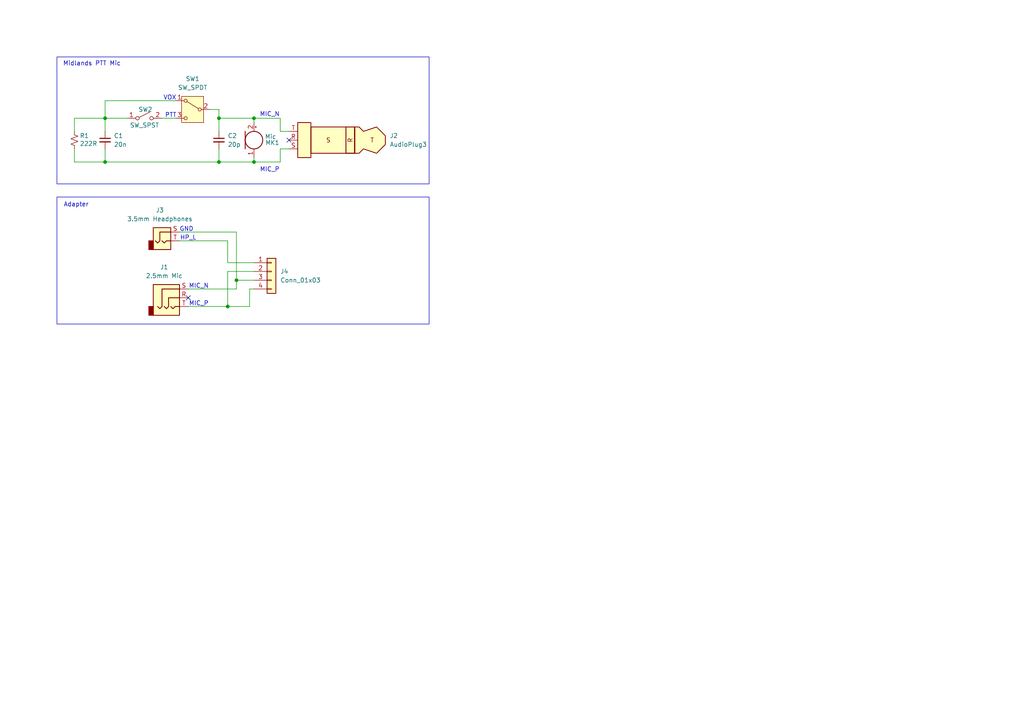
<source format=kicad_sch>
(kicad_sch (version 20250114) (generator "eeschema") (generator_version "9.0")
  (paper "A4")
  (title_block (title "Jack Adapter") (date "2025-05-09") (rev "1.0.0") (company "Cisco Canada LTD") (comment 1 "Brett Regnier"))
  (lib_symbols
    (symbol "Connector_Audio:AudioJack2"
      (property "Reference" "J" (at 0 8.89 0))
      (property "Value" "AudioJack2" (at 0 6.35 0))
      (symbol "AudioJack2_0_1"
        (rectangle (start -3.81 0) (end -2.54 -2.54) (stroke (width 0.254)) (fill (type outline)))
        (rectangle (start -2.54 3.81) (end 2.54 -2.54) (stroke (width 0.254)) (fill (type background)))
        (polyline (pts (xy 0 0) (xy 0.635 -0.635) (xy 1.27 0) (xy 2.54 0)) (stroke (width 0.254)))
        (polyline (pts (xy 2.54 2.54) (xy -0.635 2.54) (xy -0.635 0) (xy -1.27 -0.635) (xy -1.905 0)) (stroke (width 0.254)))
      )
      (symbol "AudioJack2_1_1"
        (pin passive line (at 5.08 2.54 180) (length 2.54) (name "~") (number "S"))
        (pin passive line (at 5.08 0 180) (length 2.54) (name "~") (number "T"))
      )
    )
    (symbol "Connector_Audio:AudioJack3"
      (property "Reference" "J" (at 0 8.89 0))
      (property "Value" "AudioJack3" (at 0 6.35 0))
      (symbol "AudioJack3_0_1"
        (rectangle (start -5.08 -5.08) (end -6.35 -2.54) (stroke (width 0.254)) (fill (type outline)))
        (polyline (pts (xy -1.905 -2.54) (xy -1.27 -3.175) (xy -0.635 -2.54) (xy -0.635 0) (xy 2.54 0)) (stroke (width 0.254)))
        (polyline (pts (xy 0 -2.54) (xy 0.635 -3.175) (xy 1.27 -2.54) (xy 2.54 -2.54)) (stroke (width 0.254)))
        (rectangle (start 2.54 3.81) (end -5.08 -5.08) (stroke (width 0.254)) (fill (type background)))
        (polyline (pts (xy 2.54 2.54) (xy -2.54 2.54) (xy -2.54 -2.54) (xy -3.175 -3.175) (xy -3.81 -2.54)) (stroke (width 0.254)))
      )
      (symbol "AudioJack3_1_1"
        (pin passive line (at 5.08 2.54 180) (length 2.54) (name "~") (number "S"))
        (pin passive line (at 5.08 0 180) (length 2.54) (name "~") (number "R"))
        (pin passive line (at 5.08 -2.54 180) (length 2.54) (name "~") (number "T"))
      )
    )
    (symbol "Connector_Audio:AudioPlug3"
      (property "Reference" "J" (at 1.27 6.35 0))
      (property "Value" "AudioPlug3" (at 1.27 -6.35 0))
      (symbol "AudioPlug3_0_0"
        (text "R" (at -2.54 0 900) (effects (font (size 1.27 1.27))))
      )
      (symbol "AudioPlug3_0_1"
        (rectangle (start -3.81 3.81) (end -1.27 -3.81) (stroke (width 0.254)))
        (rectangle (start -1.27 -1.27) (end -1.27 -1.27))
      )
      (symbol "AudioPlug3_1_0"
        (text "T" (at -8.89 0 0) (effects (font (size 1.27 1.27))))
        (text "S" (at 3.81 0 0) (effects (font (size 1.27 1.27))))
      )
      (symbol "AudioPlug3_1_1"
        (rectangle (start -3.81 3.81) (end 8.89 -3.81) (stroke (width 0.254)) (fill (type background)))
        (polyline (pts (xy -3.81 3.81) (xy -5.08 3.81) (xy -6.35 2.54) (xy -10.16 3.81) (xy -12.7 1.27) (xy -12.7 -1.27) (xy -10.16 -3.81) (xy -6.35 -2.54) (xy -5.08 -3.81) (xy -3.81 -3.81) (xy -3.81 3.81)) (stroke (width 0.254)) (fill (type background)))
        (rectangle (start 12.7 5.08) (end 8.89 -5.08) (stroke (width 0.254)) (fill (type background)))
        (pin passive line (at 15.24 2.54 180) (length 2.54) (name "~") (number "S"))
        (pin passive line (at 15.24 0 180) (length 2.54) (name "~") (number "R"))
        (pin passive line (at 15.24 -2.54 180) (length 2.54) (name "~") (number "T"))
      )
    )
    (symbol "Connector_Generic:Conn_01x04" (pin_names (offset 1.016) (hide yes))
      (property "Reference" "J" (at 0 5.08 0))
      (property "Value" "Conn_01x04" (at 0 -7.62 0))
      (symbol "Conn_01x04_1_1"
        (rectangle (start -1.27 3.81) (end 1.27 -6.35) (stroke (width 0.254)) (fill (type background)))
        (rectangle (start -1.27 2.667) (end 0 2.413) (stroke (width 0.1524)))
        (rectangle (start -1.27 0.127) (end 0 -0.127) (stroke (width 0.1524)))
        (rectangle (start -1.27 -2.413) (end 0 -2.667) (stroke (width 0.1524)))
        (rectangle (start -1.27 -4.953) (end 0 -5.207) (stroke (width 0.1524)))
        (pin passive line (at -5.08 2.54 0) (length 3.81) (name "Pin_1") (number "1"))
        (pin passive line (at -5.08 0 0) (length 3.81) (name "Pin_2") (number "2"))
        (pin passive line (at -5.08 -2.54 0) (length 3.81) (name "Pin_3") (number "3"))
        (pin passive line (at -5.08 -5.08 0) (length 3.81) (name "Pin_4") (number "4"))
      )
    )
    (symbol "Device:C_Small" (pin_numbers (hide yes)) (pin_names (offset 0.254) (hide yes))
      (property "Reference" "C" (at 0.254 1.778 0))
      (property "Value" "C_Small" (at 0.254 -2.032 0))
      (symbol "C_Small_0_1"
        (polyline (pts (xy -1.524 0.508) (xy 1.524 0.508)) (stroke (width 0.3048)))
        (polyline (pts (xy -1.524 -0.508) (xy 1.524 -0.508)) (stroke (width 0.3302)))
      )
      (symbol "C_Small_1_1"
        (pin passive line (at 0 2.54 270) (length 2.032) (name "~") (number "1"))
        (pin passive line (at 0 -2.54 90) (length 2.032) (name "~") (number "2"))
      )
    )
    (symbol "Device:Microphone" (pin_names (offset 0.0254) (hide yes))
      (property "Reference" "MK" (at -3.81 1.27 0))
      (property "Value" "Microphone" (at -3.81 -0.635 0))
      (symbol "Microphone_0_1"
        (polyline (pts (xy -2.54 2.54) (xy -2.54 -2.54)) (stroke (width 0.254)))
        (circle (center 0 0) (radius 2.54) (stroke (width 0.254)))
        (polyline (pts (xy 0.254 3.81) (xy 0.762 3.81)))
        (polyline (pts (xy 0.508 4.064) (xy 0.508 3.556)))
      )
      (symbol "Microphone_1_1"
        (pin passive line (at 0 5.08 270) (length 2.54) (name "+") (number "2"))
        (pin passive line (at 0 -5.08 90) (length 2.54) (name "-") (number "1"))
      )
    )
    (symbol "Device:R_Small_US" (pin_numbers (hide yes)) (pin_names (offset 0.254) (hide yes))
      (property "Reference" "R" (at 0.762 0.508 0))
      (property "Value" "R_Small_US" (at 0.762 -1.016 0))
      (symbol "R_Small_US_1_1"
        (polyline (pts (xy 0 1.524) (xy 1.016 1.143) (xy 0 0.762) (xy -1.016 0.381) (xy 0 0)))
        (polyline (pts (xy 0 0) (xy 1.016 -0.381) (xy 0 -0.762) (xy -1.016 -1.143) (xy 0 -1.524)))
        (pin passive line (at 0 2.54 270) (length 1.016) (name "~") (number "1"))
        (pin passive line (at 0 -2.54 90) (length 1.016) (name "~") (number "2"))
      )
    )
    (symbol "Switch:SW_SPDT" (pin_names (offset 0) (hide yes))
      (property "Reference" "SW" (at 0 5.08 0))
      (property "Value" "SW_SPDT" (at 0 -5.08 0))
      (symbol "SW_SPDT_0_1"
        (circle (center -2.032 0) (radius 0.4572))
        (polyline (pts (xy -1.651 0.254) (xy 1.651 2.286)))
        (circle (center 2.032 2.54) (radius 0.4572))
        (circle (center 2.032 -2.54) (radius 0.4572))
      )
      (symbol "SW_SPDT_1_1"
        (rectangle (start -3.175 3.81) (end 3.175 -3.81) (fill (type background)))
        (pin passive line (at -5.08 0 0) (length 2.54) (name "B") (number "2"))
        (pin passive line (at 5.08 2.54 180) (length 2.54) (name "A") (number "1"))
        (pin passive line (at 5.08 -2.54 180) (length 2.54) (name "C") (number "3"))
      )
    )
    (symbol "Switch:SW_SPST" (pin_names (offset 0) (hide yes))
      (property "Reference" "SW" (at 0 3.175 0))
      (property "Value" "SW_SPST" (at 0 -2.54 0))
      (symbol "SW_SPST_0_0"
        (circle (center -2.032 0) (radius 0.508))
        (polyline (pts (xy -1.524 0.254) (xy 1.524 1.778)))
        (circle (center 2.032 0) (radius 0.508))
      )
      (symbol "SW_SPST_1_1"
        (pin passive line (at -5.08 0 0) (length 2.54) (name "A") (number "1"))
        (pin passive line (at 5.08 0 180) (length 2.54) (name "B") (number "2"))
      )
    )
  )
  (rectangle (start 16.51 57.15) (end 124.46 93.98))
  (rectangle (start 16.51 16.51) (end 124.46 53.34))
  (text "MIC_N" (at 78.232 33.274 0) (effects (font (size 1.27 1.27))))
  (text "Midlands PTT Mic" (at 26.67 18.542 0) (effects (font (size 1.27 1.27))))
  (text "HP_L" (at 54.61 69.088 0) (effects (font (size 1.27 1.27))))
  (text "MIC_P" (at 57.658 88.138 0) (effects (font (size 1.27 1.27))))
  (text "MIC_N" (at 57.658 83.058 0) (effects (font (size 1.27 1.27))))
  (text "GND" (at 54.102 66.548 0) (effects (font (size 1.27 1.27))))
  (text "PTT" (at 49.53 33.528 0) (effects (font (size 1.27 1.27))))
  (text "Adapter" (at 22.098 59.436 0) (effects (font (size 1.27 1.27))))
  (text "VOX" (at 49.276 28.448 0) (effects (font (size 1.27 1.27))))
  (text "MIC_P" (at 78.232 49.276 0) (effects (font (size 1.27 1.27))))
  (junction (at 73.66 34.29))
  (junction (at 68.58 81.28))
  (junction (at 63.5 46.99))
  (junction (at 63.5 34.29))
  (junction (at 73.66 46.99))
  (junction (at 30.48 46.99))
  (junction (at 30.48 34.29))
  (junction (at 66.04 88.9))
  (no_connect (at 54.61 86.36))
  (no_connect (at 83.82 40.64))
  (wire (pts (xy 68.58 81.28) (xy 73.66 81.28)))
  (wire (pts (xy 68.58 81.28) (xy 68.58 83.82)))
  (wire (pts (xy 30.48 38.1) (xy 30.48 34.29)))
  (wire (pts (xy 30.48 34.29) (xy 36.83 34.29)))
  (wire (pts (xy 21.59 34.29) (xy 21.59 38.1)))
  (wire (pts (xy 63.5 43.18) (xy 63.5 46.99)))
  (wire (pts (xy 66.04 78.74) (xy 73.66 78.74)))
  (wire (pts (xy 81.28 34.29) (xy 81.28 38.1)))
  (wire (pts (xy 73.66 34.29) (xy 63.5 34.29)))
  (wire (pts (xy 66.04 76.2) (xy 73.66 76.2)))
  (wire (pts (xy 68.58 67.31) (xy 68.58 81.28)))
  (wire (pts (xy 81.28 46.99) (xy 81.28 43.18)))
  (wire (pts (xy 73.66 34.29) (xy 81.28 34.29)))
  (wire (pts (xy 30.48 29.21) (xy 50.8 29.21)))
  (wire (pts (xy 72.39 88.9) (xy 66.04 88.9)))
  (wire (pts (xy 81.28 38.1) (xy 83.82 38.1)))
  (wire (pts (xy 52.07 67.31) (xy 68.58 67.31)))
  (wire (pts (xy 63.5 31.75) (xy 63.5 34.29)))
  (wire (pts (xy 73.66 83.82) (xy 72.39 83.82)))
  (wire (pts (xy 54.61 83.82) (xy 68.58 83.82)))
  (wire (pts (xy 66.04 78.74) (xy 66.04 88.9)))
  (wire (pts (xy 73.66 46.99) (xy 81.28 46.99)))
  (wire (pts (xy 52.07 69.85) (xy 66.04 69.85)))
  (wire (pts (xy 30.48 46.99) (xy 63.5 46.99)))
  (wire (pts (xy 30.48 34.29) (xy 30.48 29.21)))
  (wire (pts (xy 30.48 43.18) (xy 30.48 46.99)))
  (wire (pts (xy 66.04 69.85) (xy 66.04 76.2)))
  (wire (pts (xy 63.5 34.29) (xy 63.5 38.1)))
  (wire (pts (xy 73.66 46.99) (xy 63.5 46.99)))
  (wire (pts (xy 54.61 88.9) (xy 66.04 88.9)))
  (wire (pts (xy 50.8 34.29) (xy 46.99 34.29)))
  (wire (pts (xy 81.28 43.18) (xy 83.82 43.18)))
  (wire (pts (xy 60.96 31.75) (xy 63.5 31.75)))
  (wire (pts (xy 72.39 83.82) (xy 72.39 88.9)))
  (wire (pts (xy 21.59 46.99) (xy 21.59 43.18)))
  (wire (pts (xy 30.48 34.29) (xy 21.59 34.29)))
  (wire (pts (xy 73.66 34.29) (xy 73.66 35.56)))
  (wire (pts (xy 73.66 45.72) (xy 73.66 46.99)))
  (wire (pts (xy 30.48 46.99) (xy 21.59 46.99)))
  (symbol (lib_id "Device:C_Small") (at 63.5 40.64 0) (unit 1) (in_bom no) (on_board no)
    (property "Reference" "C2" (at 66.04 39.3762 0) (effects (justify left)))
    (property "Value" "20p" (at 66.04 41.9162 0) (effects (justify left)))
    (property "Description" "Unpolarized capacitor, small symbol" (effects (hide yes)))
  )
  (symbol (lib_id "Device:Microphone") (at 73.66 40.64 0) (unit 1) (in_bom no) (on_board no)
    (property "Reference" "MK1" (at 78.994 41.402 0))
    (property "Value" "Mic" (at 78.486 39.624 0))
    (property "Description" "Microphone" (effects (hide yes)))
  )
  (symbol (lib_id "Switch:SW_SPST") (at 41.91 34.29 0) (unit 1) (in_bom no) (on_board no)
    (property "Reference" "SW2" (at 42.164 31.75 0))
    (property "Value" "SW_SPST" (at 41.91 36.322 0))
    (property "Description" "Single Pole Single Throw (SPST) switch" (effects (hide yes)))
  )
  (symbol (lib_id "Switch:SW_SPDT") (at 55.88 31.75 0) (mirror y) (unit 1) (in_bom no) (on_board no)
    (property "Reference" "SW1" (at 55.88 22.86 0))
    (property "Value" "SW_SPDT" (at 55.88 25.4 0))
    (property "Description" "Switch, single pole double throw" (effects (hide yes)))
  )
  (symbol (lib_id "Connector_Generic:Conn_01x04") (at 78.74 78.74 0) (unit 1)
    (property "Reference" "J4" (at 81.28 78.7399 0) (effects (justify left)))
    (property "Value" "Conn_01x03" (at 81.28 81.2799 0) (effects (justify left)))
    (property "Footprint" "Connector_PinSocket_2.54mm:PinSocket_1x04_P2.54mm_Vertical" (effects (hide yes)))
    (property "Description" "Generic connector, single row, 01x04, script generated (kicad-library-utils/schlib/autogen/connector/)" (effects (hide yes)))
    (property "JLCPCB Part #" "C2718488" (effects (hide yes)))
  )
  (symbol (lib_id "Device:C_Small") (at 30.48 40.64 0) (unit 1) (in_bom no) (on_board no)
    (property "Reference" "C1" (at 33.02 39.3762 0) (effects (justify left)))
    (property "Value" "20n" (at 33.02 41.9162 0) (effects (justify left)))
    (property "Description" "Unpolarized capacitor, small symbol" (effects (hide yes)))
  )
  (symbol (lib_id "Connector_Audio:AudioJack3") (at 49.53 86.36 0) (unit 1)
    (property "Reference" "J1" (at 47.625 77.47 0))
    (property "Value" "2.5mm Mic" (at 47.625 80.01 0))
    (property "Footprint" "hactar_lib:AUDIO-SMD_PJ-242D-SMT" (effects (hide yes)))
    (property "Description" "Audio Jack, 3 Poles (Stereo / TRS)" (effects (hide yes)))
    (property "JLCPCB Part #" "C431535" (effects (hide yes)))
  )
  (symbol (lib_id "Device:R_Small_US") (at 21.59 40.64 0) (unit 1)
    (property "Reference" "R1" (at 23.114 39.37 0) (effects (justify left)))
    (property "Value" "222R" (at 23.114 41.656 0) (effects (justify left)))
    (property "Description" "Resistor, small US symbol" (effects (hide yes)))
  )
  (symbol (lib_id "Connector_Audio:AudioJack2") (at 46.99 69.85 0) (unit 1)
    (property "Reference" "J3" (at 46.355 60.96 0))
    (property "Value" "3.5mm Headphones" (at 46.355 63.5 0))
    (property "Footprint" "Connector_Audio:Jack_3.5mm_PJ320D_Horizontal" (effects (hide yes)))
    (property "Description" "Audio Jack, 2 Poles (Mono / TS)" (effects (hide yes)))
    (property "JLCPCB Part #" "C431535" (effects (hide yes)))
  )
  (symbol (lib_id "Connector_Audio:AudioPlug3") (at 99.06 40.64 180) (unit 1) (in_bom no) (on_board no)
    (property "Reference" "J2" (at 113.03 39.3699 0) (effects (justify right)))
    (property "Value" "AudioPlug3" (at 113.03 41.9099 0) (effects (justify right)))
    (property "Description" "Audio Jack, 3 Poles (Stereo / TRS)" (effects (hide yes)))
  )
)
</source>
